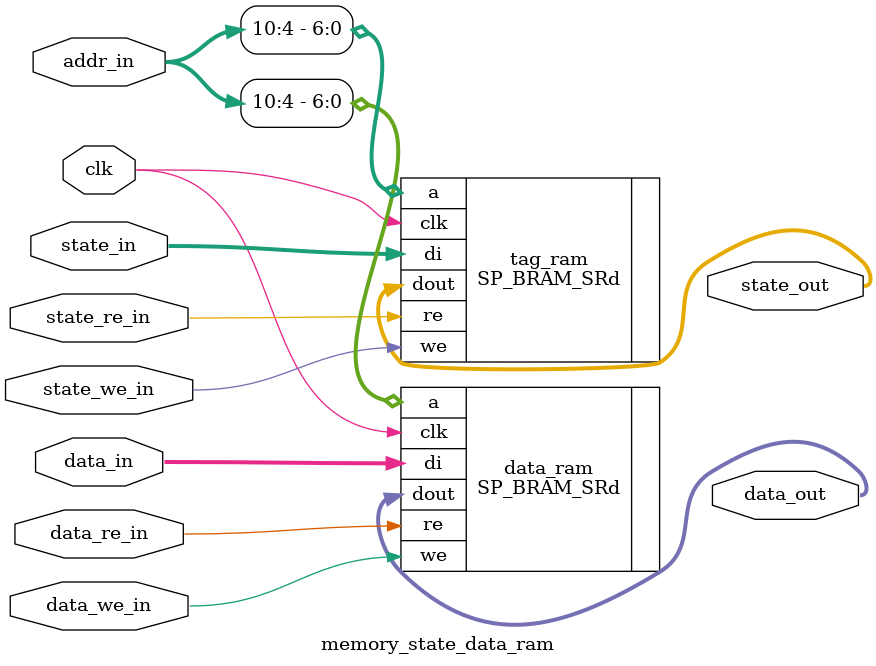
<source format=v>
module  memory_state_data_ram(// input
                                  clk,
                                  state_we_in,
                                  state_re_in,
                                  addr_in,
                                  state_in,
                                  data_we_in,
                                  data_re_in,
                                  data_in,
                                // output
                                  state_out,
                                  data_out);
             
input                                  clk;
input                                  state_we_in;
input                                  state_re_in;
input       [31:0]                     addr_in;
input       [5:0]                      state_in;
input                                  data_we_in;
input                                  data_re_in;
input       [127:0]                    data_in;

//output 
output       [5:0]                     state_out;
output      [127:0]                    data_out;
                               

/*wire       [31:0]  seled_addr;
wire       [5:0]   m_state_out;
wire       [127:0] seled_data;
wire       [127:0] data_read; */
           /////////////////////////////////////////////////////////////////////////
           ////////////// directory_ram   and  data_ram////////////////////////////////////
           ////////////////////////////////////////////////////////////////////////
           SP_BRAM_SRd  #(128,6,7)  tag_ram(.clk(clk), .we(state_we_in), .re(state_re_in), .a(addr_in[10:4]), .di(state_in), .dout(state_out));
           SP_BRAM_SRd  #(128,128,7) data_ram(.clk(clk), .we(data_we_in), .re(data_re_in), .a(addr_in[10:4]), .di(data_in), .dout(data_out));
endmodule


</source>
